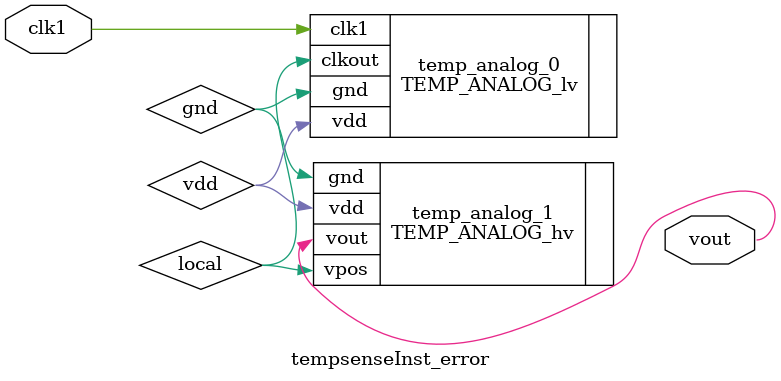
<source format=v>
module tempsenseInst_error
(
	input clk1,
	
	output vout
	);

	wire vdd;
	wire gnd;
	wire local;
	TEMP_ANALOG_lv temp_analog_0(
		.clk1(clk1),
		.vdd(vdd),
		.gnd(gnd),
		.clkout(local)
	);

	TEMP_ANALOG_hv temp_analog_1(
		.vpos(local),
		.vdd(vdd),
		.gnd(gnd),
		.vout(vout)
	);

endmodule

</source>
